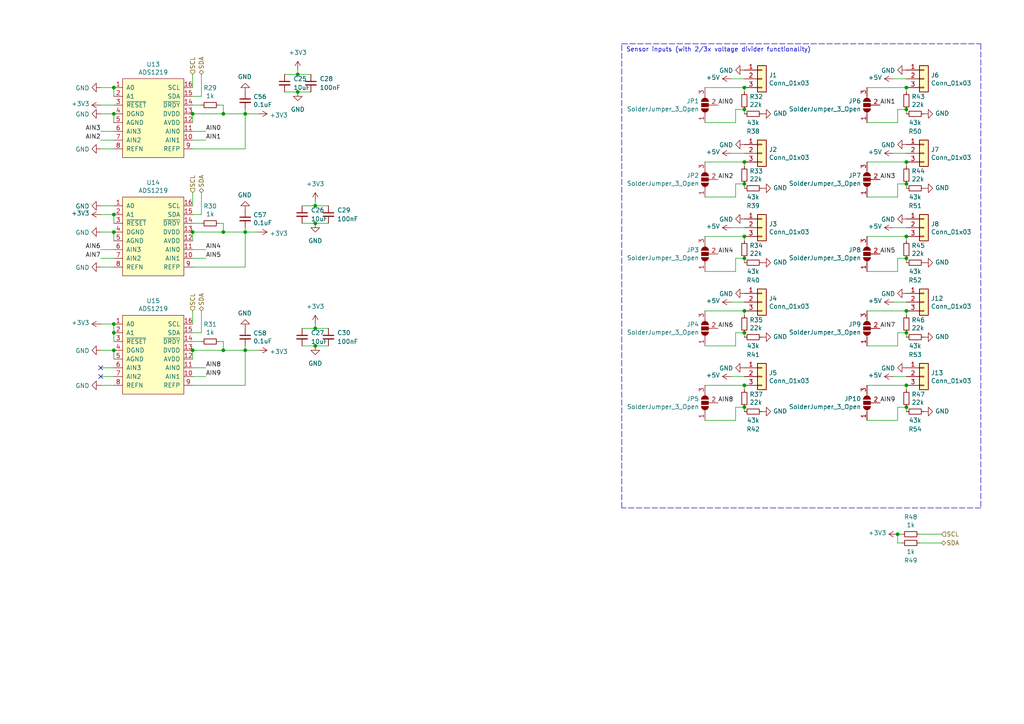
<source format=kicad_sch>
(kicad_sch (version 20211123) (generator eeschema)
  (paper "A4")
  (lib_symbols
    (symbol "Connector_Generic:Conn_01x03" (pin_names (offset 1.016) hide)
      (property "Reference" "J" (at 0 5.08 0))
      (property "Value" "Conn_01x03" (at 0 -5.08 0))
      (symbol "Conn_01x03_1_1"
        (rectangle (start -1.27 -2.413) (end 0 -2.667) (stroke (width 0.1524)))
        (rectangle (start -1.27 0.127) (end 0 -0.127) (stroke (width 0.1524)))
        (rectangle (start -1.27 2.667) (end 0 2.413) (stroke (width 0.1524)))
        (rectangle (start -1.27 3.81) (end 1.27 -3.81) (stroke (width 0.254)) (fill (type background)))
        (pin passive line (at -5.08 2.54 0) (length 3.81) (name "Pin_1") (number "1"))
        (pin passive line (at -5.08 0 0) (length 3.81) (name "Pin_2") (number "2"))
        (pin passive line (at -5.08 -2.54 0) (length 3.81) (name "Pin_3") (number "3"))
      )
    )
    (symbol "Device:C_Small" (pin_numbers hide) (pin_names (offset 0.254) hide)
      (property "Reference" "C" (at 0.254 1.778 0))
      (property "Value" "C_Small" (at 0.254 -2.032 0))
      (symbol "C_Small_0_1"
        (polyline (pts (xy -1.524 -0.508) (xy 1.524 -0.508)) (stroke (width 0.3302)))
        (polyline (pts (xy -1.524 0.508) (xy 1.524 0.508)) (stroke (width 0.3048)))
      )
      (symbol "C_Small_1_1"
        (pin passive line (at 0 2.54 270) (length 2.032) (name "~") (number "1"))
        (pin passive line (at 0 -2.54 90) (length 2.032) (name "~") (number "2"))
      )
    )
    (symbol "Device:R_Small" (pin_numbers hide) (pin_names (offset 0.254) hide)
      (property "Reference" "R" (at 0.762 0.508 0))
      (property "Value" "R_Small" (at 0.762 -1.016 0))
      (symbol "R_Small_0_1"
        (rectangle (start -0.762 1.778) (end 0.762 -1.778) (stroke (width 0.2032)))
      )
      (symbol "R_Small_1_1"
        (pin passive line (at 0 2.54 270) (length 0.762) (name "~") (number "1"))
        (pin passive line (at 0 -2.54 90) (length 0.762) (name "~") (number "2"))
      )
    )
    (symbol "Jumper:SolderJumper_3_Open" (pin_names (offset 0) hide)
      (property "Reference" "JP" (at -2.54 -2.54 0))
      (property "Value" "SolderJumper_3_Open" (at 0 2.794 0))
      (symbol "SolderJumper_3_Open_0_1"
        (arc (start -1.016 1.016) (mid -2.032 0) (end -1.016 -1.016))
        (arc (start -1.016 1.016) (mid -2.032 0) (end -1.016 -1.016) (fill (type outline)))
        (rectangle (start -0.508 1.016) (end 0.508 -1.016) (fill (type outline)))
        (polyline (pts (xy -2.54 0) (xy -2.032 0)))
        (polyline (pts (xy -1.016 1.016) (xy -1.016 -1.016)))
        (polyline (pts (xy 0 -1.27) (xy 0 -1.016)))
        (polyline (pts (xy 1.016 1.016) (xy 1.016 -1.016)))
        (polyline (pts (xy 2.54 0) (xy 2.032 0)))
        (arc (start 1.016 -1.016) (mid 2.032 0) (end 1.016 1.016))
        (arc (start 1.016 -1.016) (mid 2.032 0) (end 1.016 1.016) (fill (type outline)))
      )
      (symbol "SolderJumper_3_Open_1_1"
        (pin passive line (at -5.08 0 0) (length 2.54) (name "A") (number "1"))
        (pin input line (at 0 -3.81 90) (length 2.54) (name "C") (number "2"))
        (pin passive line (at 5.08 0 180) (length 2.54) (name "B") (number "3"))
      )
    )
    (symbol "analogue-cache:+3.3V" (power) (pin_names (offset 0))
      (property "Value" "+3.3V" (at 0 3.556 0))
      (symbol "+3.3V_0_1"
        (polyline (pts (xy -0.762 1.27) (xy 0 2.54)))
        (polyline (pts (xy 0 0) (xy 0 2.54)))
        (polyline (pts (xy 0 2.54) (xy 0.762 1.27)))
      )
      (symbol "+3.3V_1_1"
        (pin power_in line (at 0 0 90) (length 0) hide (name "+3V3") (number "1"))
      )
    )
    (symbol "iclr:ADS1219" (pin_names (offset 1.016))
      (property "Reference" "U" (at -6.35 12.7 0))
      (property "Value" "ADS1219" (at 5.08 -12.7 0))
      (symbol "ADS1219_0_1"
        (rectangle (start 8.89 11.43) (end -8.89 -11.43) (fill (type background)))
      )
      (symbol "ADS1219_1_1"
        (pin input line (at -11.43 8.89 0) (length 2.54) (name "A0") (number "1"))
        (pin input line (at 11.43 -6.35 180) (length 2.54) (name "AIN1") (number "10"))
        (pin input line (at 11.43 -3.81 180) (length 2.54) (name "AIN0") (number "11"))
        (pin power_in line (at 11.43 -1.27 180) (length 2.54) (name "AVDD") (number "12"))
        (pin power_in line (at 11.43 1.27 180) (length 2.54) (name "DVDD") (number "13"))
        (pin output line (at 11.43 3.81 180) (length 2.54) (name "~{DRDY}") (number "14"))
        (pin bidirectional line (at 11.43 6.35 180) (length 2.54) (name "SDA") (number "15"))
        (pin input line (at 11.43 8.89 180) (length 2.54) (name "SCL") (number "16"))
        (pin input line (at -11.43 6.35 0) (length 2.54) (name "A1") (number "2"))
        (pin input line (at -11.43 3.81 0) (length 2.54) (name "~{RESET}") (number "3"))
        (pin power_in line (at -11.43 1.27 0) (length 2.54) (name "DGND") (number "4"))
        (pin power_in line (at -11.43 -1.27 0) (length 2.54) (name "AGND") (number "5"))
        (pin input line (at -11.43 -3.81 0) (length 2.54) (name "AIN3") (number "6"))
        (pin input line (at -11.43 -6.35 0) (length 2.54) (name "AIN2") (number "7"))
        (pin input line (at -11.43 -8.89 0) (length 2.54) (name "REFN") (number "8"))
        (pin input line (at 11.43 -8.89 180) (length 2.54) (name "REFP") (number "9"))
      )
    )
    (symbol "power:+3.3V" (power) (pin_names (offset 0))
      (property "Value" "+3.3V" (at 0 3.556 0))
      (symbol "+3.3V_0_1"
        (polyline (pts (xy -0.762 1.27) (xy 0 2.54)))
        (polyline (pts (xy 0 0) (xy 0 2.54)))
        (polyline (pts (xy 0 2.54) (xy 0.762 1.27)))
      )
      (symbol "+3.3V_1_1"
        (pin power_in line (at 0 0 90) (length 0) hide (name "+3V3") (number "1"))
      )
    )
    (symbol "power:+5V" (power) (pin_names (offset 0))
      (property "Value" "+5V" (at 0 3.556 0))
      (symbol "+5V_0_1"
        (polyline (pts (xy -0.762 1.27) (xy 0 2.54)))
        (polyline (pts (xy 0 0) (xy 0 2.54)))
        (polyline (pts (xy 0 2.54) (xy 0.762 1.27)))
      )
      (symbol "+5V_1_1"
        (pin power_in line (at 0 0 90) (length 0) hide (name "+5V") (number "1"))
      )
    )
    (symbol "power:GND" (power) (pin_names (offset 0))
      (property "Value" "GND" (at 0 -3.81 0))
      (symbol "GND_0_1"
        (polyline (pts (xy 0 0) (xy 0 -1.27) (xy 1.27 -1.27) (xy 0 -2.54) (xy -1.27 -1.27) (xy 0 -1.27)))
      )
      (symbol "GND_1_1"
        (pin power_in line (at 0 0 270) (length 0) hide (name "GND") (number "1"))
      )
    )
  )
  (junction (at 215.9 74.93))
  (junction (at 91.44 59.69))
  (junction (at 91.44 100.33))
  (junction (at 55.88 67.31))
  (junction (at 91.44 64.77))
  (junction (at 262.89 96.52))
  (junction (at 215.9 46.99))
  (junction (at 262.89 25.4))
  (junction (at 33.02 96.52))
  (junction (at 215.9 90.17))
  (junction (at 55.88 101.6))
  (junction (at 262.89 111.76))
  (junction (at 55.88 33.02))
  (junction (at 262.89 53.34))
  (junction (at 91.44 95.25))
  (junction (at 215.9 68.58))
  (junction (at 262.89 118.11))
  (junction (at 33.02 33.02))
  (junction (at 64.77 67.31))
  (junction (at 33.02 93.98))
  (junction (at 33.02 25.4))
  (junction (at 64.77 33.02))
  (junction (at 215.9 31.75))
  (junction (at 262.89 90.17))
  (junction (at 260.35 154.94))
  (junction (at 215.9 53.34))
  (junction (at 215.9 25.4))
  (junction (at 86.36 21.59))
  (junction (at 33.02 67.31))
  (junction (at 33.02 101.6))
  (junction (at 64.77 101.6))
  (junction (at 215.9 118.11))
  (junction (at 71.12 67.31))
  (junction (at 71.12 101.6))
  (junction (at 262.89 46.99))
  (junction (at 86.36 26.67))
  (junction (at 262.89 74.93))
  (junction (at 33.02 62.23))
  (junction (at 71.12 33.02))
  (junction (at 262.89 31.75))
  (junction (at 262.89 68.58))
  (junction (at 215.9 96.52))
  (junction (at 215.9 111.76))
  (no_connect (at 29.21 106.68))
  (no_connect (at 29.21 109.22))
  (wire (pts (xy 91.44 59.69) (xy 95.25 59.69)))
  (wire (pts (xy 33.02 93.98) (xy 33.02 96.52)))
  (wire (pts (xy 29.21 43.18) (xy 33.02 43.18)))
  (wire (pts (xy 215.9 22.86) (xy 212.09 22.86)))
  (wire (pts (xy 71.12 31.75) (xy 71.12 33.02)))
  (wire (pts (xy 262.89 53.34) (xy 262.89 54.61)))
  (wire (pts (xy 87.63 59.69) (xy 91.44 59.69)))
  (wire (pts (xy 262.89 68.58) (xy 262.89 69.85)))
  (wire (pts (xy 215.9 53.34) (xy 213.36 53.34)))
  (wire (pts (xy 213.36 118.11) (xy 213.36 121.92)))
  (wire (pts (xy 29.21 101.6) (xy 33.02 101.6)))
  (wire (pts (xy 82.55 26.67) (xy 86.36 26.67)))
  (polyline (pts (xy 180.34 147.32) (xy 180.34 12.7)))
  (wire (pts (xy 262.89 44.45) (xy 259.08 44.45)))
  (wire (pts (xy 262.89 74.93) (xy 260.35 74.93)))
  (wire (pts (xy 204.47 25.4) (xy 215.9 25.4)))
  (wire (pts (xy 29.21 106.68) (xy 33.02 106.68)))
  (wire (pts (xy 260.35 35.56) (xy 251.46 35.56)))
  (wire (pts (xy 215.9 96.52) (xy 213.36 96.52)))
  (wire (pts (xy 29.21 40.64) (xy 33.02 40.64)))
  (wire (pts (xy 262.89 96.52) (xy 260.35 96.52)))
  (wire (pts (xy 251.46 25.4) (xy 262.89 25.4)))
  (wire (pts (xy 29.21 67.31) (xy 33.02 67.31)))
  (wire (pts (xy 58.42 62.23) (xy 55.88 62.23)))
  (wire (pts (xy 71.12 33.02) (xy 71.12 43.18)))
  (wire (pts (xy 55.88 67.31) (xy 64.77 67.31)))
  (wire (pts (xy 215.9 44.45) (xy 212.09 44.45)))
  (wire (pts (xy 215.9 118.11) (xy 215.9 119.38)))
  (wire (pts (xy 64.77 64.77) (xy 64.77 67.31)))
  (wire (pts (xy 63.5 99.06) (xy 64.77 99.06)))
  (wire (pts (xy 91.44 95.25) (xy 95.25 95.25)))
  (wire (pts (xy 215.9 74.93) (xy 213.36 74.93)))
  (wire (pts (xy 266.7 157.48) (xy 273.05 157.48)))
  (wire (pts (xy 59.69 40.64) (xy 55.88 40.64)))
  (wire (pts (xy 262.89 25.4) (xy 262.89 26.67)))
  (wire (pts (xy 55.88 21.59) (xy 55.88 25.4)))
  (wire (pts (xy 213.36 31.75) (xy 213.36 35.56)))
  (wire (pts (xy 33.02 67.31) (xy 33.02 69.85)))
  (wire (pts (xy 91.44 64.77) (xy 95.25 64.77)))
  (wire (pts (xy 262.89 74.93) (xy 262.89 76.2)))
  (wire (pts (xy 262.89 96.52) (xy 262.89 97.79)))
  (wire (pts (xy 260.35 157.48) (xy 260.35 154.94)))
  (wire (pts (xy 29.21 38.1) (xy 33.02 38.1)))
  (wire (pts (xy 215.9 109.22) (xy 212.09 109.22)))
  (wire (pts (xy 260.35 100.33) (xy 251.46 100.33)))
  (wire (pts (xy 213.36 53.34) (xy 213.36 57.15)))
  (wire (pts (xy 82.55 21.59) (xy 86.36 21.59)))
  (wire (pts (xy 204.47 90.17) (xy 215.9 90.17)))
  (wire (pts (xy 33.02 101.6) (xy 33.02 104.14)))
  (wire (pts (xy 260.35 118.11) (xy 260.35 121.92)))
  (wire (pts (xy 29.21 77.47) (xy 33.02 77.47)))
  (wire (pts (xy 213.36 57.15) (xy 204.47 57.15)))
  (wire (pts (xy 204.47 68.58) (xy 215.9 68.58)))
  (wire (pts (xy 71.12 66.04) (xy 71.12 67.31)))
  (wire (pts (xy 55.88 33.02) (xy 55.88 35.56)))
  (wire (pts (xy 33.02 59.69) (xy 29.21 59.69)))
  (wire (pts (xy 59.69 109.22) (xy 55.88 109.22)))
  (wire (pts (xy 260.35 31.75) (xy 260.35 35.56)))
  (wire (pts (xy 86.36 21.59) (xy 90.17 21.59)))
  (wire (pts (xy 262.89 87.63) (xy 259.08 87.63)))
  (wire (pts (xy 273.05 154.94) (xy 266.7 154.94)))
  (wire (pts (xy 215.9 46.99) (xy 215.9 48.26)))
  (wire (pts (xy 71.12 67.31) (xy 71.12 77.47)))
  (wire (pts (xy 215.9 31.75) (xy 215.9 33.02)))
  (wire (pts (xy 55.88 101.6) (xy 55.88 104.14)))
  (wire (pts (xy 71.12 101.6) (xy 71.12 111.76)))
  (wire (pts (xy 262.89 22.86) (xy 259.08 22.86)))
  (wire (pts (xy 215.9 31.75) (xy 213.36 31.75)))
  (wire (pts (xy 71.12 101.6) (xy 74.93 101.6)))
  (wire (pts (xy 215.9 111.76) (xy 215.9 113.03)))
  (wire (pts (xy 64.77 30.48) (xy 64.77 33.02)))
  (wire (pts (xy 64.77 101.6) (xy 71.12 101.6)))
  (wire (pts (xy 213.36 100.33) (xy 204.47 100.33)))
  (wire (pts (xy 91.44 100.33) (xy 95.25 100.33)))
  (wire (pts (xy 262.89 118.11) (xy 260.35 118.11)))
  (wire (pts (xy 55.88 38.1) (xy 59.69 38.1)))
  (wire (pts (xy 260.35 53.34) (xy 260.35 57.15)))
  (wire (pts (xy 215.9 53.34) (xy 215.9 54.61)))
  (wire (pts (xy 260.35 78.74) (xy 251.46 78.74)))
  (wire (pts (xy 87.63 95.25) (xy 91.44 95.25)))
  (wire (pts (xy 215.9 90.17) (xy 215.9 91.44)))
  (wire (pts (xy 58.42 96.52) (xy 55.88 96.52)))
  (wire (pts (xy 215.9 118.11) (xy 213.36 118.11)))
  (wire (pts (xy 87.63 100.33) (xy 91.44 100.33)))
  (wire (pts (xy 260.35 96.52) (xy 260.35 100.33)))
  (polyline (pts (xy 180.34 12.7) (xy 284.48 12.7)))
  (polyline (pts (xy 284.48 12.7) (xy 284.48 147.32)))
  (wire (pts (xy 29.21 62.23) (xy 33.02 62.23)))
  (wire (pts (xy 213.36 74.93) (xy 213.36 78.74)))
  (wire (pts (xy 260.35 57.15) (xy 251.46 57.15)))
  (wire (pts (xy 71.12 43.18) (xy 55.88 43.18)))
  (wire (pts (xy 29.21 30.48) (xy 33.02 30.48)))
  (wire (pts (xy 55.88 106.68) (xy 59.69 106.68)))
  (wire (pts (xy 251.46 90.17) (xy 262.89 90.17)))
  (wire (pts (xy 213.36 78.74) (xy 204.47 78.74)))
  (wire (pts (xy 262.89 31.75) (xy 262.89 33.02)))
  (wire (pts (xy 261.62 157.48) (xy 260.35 157.48)))
  (wire (pts (xy 64.77 33.02) (xy 71.12 33.02)))
  (wire (pts (xy 91.44 93.98) (xy 91.44 95.25)))
  (wire (pts (xy 213.36 35.56) (xy 204.47 35.56)))
  (wire (pts (xy 71.12 111.76) (xy 55.88 111.76)))
  (wire (pts (xy 55.88 55.88) (xy 55.88 59.69)))
  (wire (pts (xy 29.21 93.98) (xy 33.02 93.98)))
  (wire (pts (xy 87.63 64.77) (xy 91.44 64.77)))
  (wire (pts (xy 215.9 66.04) (xy 212.09 66.04)))
  (wire (pts (xy 86.36 20.32) (xy 86.36 21.59)))
  (wire (pts (xy 71.12 100.33) (xy 71.12 101.6)))
  (wire (pts (xy 260.35 74.93) (xy 260.35 78.74)))
  (polyline (pts (xy 284.48 147.32) (xy 180.34 147.32)))
  (wire (pts (xy 64.77 99.06) (xy 64.77 101.6)))
  (wire (pts (xy 86.36 26.67) (xy 90.17 26.67)))
  (wire (pts (xy 262.89 111.76) (xy 262.89 113.03)))
  (wire (pts (xy 215.9 74.93) (xy 215.9 76.2)))
  (wire (pts (xy 29.21 25.4) (xy 33.02 25.4)))
  (wire (pts (xy 71.12 67.31) (xy 74.93 67.31)))
  (wire (pts (xy 260.35 121.92) (xy 251.46 121.92)))
  (wire (pts (xy 33.02 74.93) (xy 29.21 74.93)))
  (wire (pts (xy 215.9 96.52) (xy 215.9 97.79)))
  (wire (pts (xy 63.5 64.77) (xy 64.77 64.77)))
  (wire (pts (xy 58.42 55.88) (xy 58.42 62.23)))
  (wire (pts (xy 29.21 111.76) (xy 33.02 111.76)))
  (wire (pts (xy 91.44 58.42) (xy 91.44 59.69)))
  (wire (pts (xy 58.42 90.17) (xy 58.42 96.52)))
  (wire (pts (xy 262.89 46.99) (xy 262.89 48.26)))
  (wire (pts (xy 29.21 72.39) (xy 33.02 72.39)))
  (wire (pts (xy 58.42 64.77) (xy 55.88 64.77)))
  (wire (pts (xy 71.12 77.47) (xy 55.88 77.47)))
  (wire (pts (xy 262.89 31.75) (xy 260.35 31.75)))
  (wire (pts (xy 262.89 90.17) (xy 262.89 91.44)))
  (wire (pts (xy 213.36 121.92) (xy 204.47 121.92)))
  (wire (pts (xy 55.88 72.39) (xy 59.69 72.39)))
  (wire (pts (xy 29.21 33.02) (xy 33.02 33.02)))
  (wire (pts (xy 251.46 68.58) (xy 262.89 68.58)))
  (wire (pts (xy 58.42 99.06) (xy 55.88 99.06)))
  (wire (pts (xy 215.9 25.4) (xy 215.9 26.67)))
  (wire (pts (xy 262.89 118.11) (xy 262.89 119.38)))
  (wire (pts (xy 55.88 67.31) (xy 55.88 69.85)))
  (wire (pts (xy 55.88 33.02) (xy 64.77 33.02)))
  (wire (pts (xy 251.46 46.99) (xy 262.89 46.99)))
  (wire (pts (xy 215.9 68.58) (xy 215.9 69.85)))
  (wire (pts (xy 33.02 109.22) (xy 29.21 109.22)))
  (wire (pts (xy 55.88 90.17) (xy 55.88 93.98)))
  (wire (pts (xy 64.77 67.31) (xy 71.12 67.31)))
  (wire (pts (xy 58.42 27.94) (xy 55.88 27.94)))
  (wire (pts (xy 58.42 30.48) (xy 55.88 30.48)))
  (wire (pts (xy 251.46 111.76) (xy 262.89 111.76)))
  (wire (pts (xy 213.36 96.52) (xy 213.36 100.33)))
  (wire (pts (xy 58.42 21.59) (xy 58.42 27.94)))
  (wire (pts (xy 59.69 74.93) (xy 55.88 74.93)))
  (wire (pts (xy 33.02 96.52) (xy 33.02 99.06)))
  (wire (pts (xy 204.47 46.99) (xy 215.9 46.99)))
  (wire (pts (xy 33.02 33.02) (xy 33.02 35.56)))
  (wire (pts (xy 262.89 66.04) (xy 259.08 66.04)))
  (wire (pts (xy 262.89 109.22) (xy 259.08 109.22)))
  (wire (pts (xy 262.89 53.34) (xy 260.35 53.34)))
  (wire (pts (xy 33.02 64.77) (xy 33.02 62.23)))
  (wire (pts (xy 55.88 101.6) (xy 64.77 101.6)))
  (wire (pts (xy 260.35 154.94) (xy 261.62 154.94)))
  (wire (pts (xy 33.02 25.4) (xy 33.02 27.94)))
  (wire (pts (xy 63.5 30.48) (xy 64.77 30.48)))
  (wire (pts (xy 71.12 33.02) (xy 74.93 33.02)))
  (wire (pts (xy 215.9 87.63) (xy 212.09 87.63)))
  (wire (pts (xy 204.47 111.76) (xy 215.9 111.76)))
  (text "Sensor inputs (with 2/3x voltage divider functionality)" (at 181.61 15.24 0) (effects (font (size 1.27 1.27)) (justify left bottom)))
  (label "AIN9" (at 59.69 109.22 0))
  (label "AIN2" (at 29.21 40.64 180))
  (label "AIN8" (at 208.28 116.84 0))
  (label "AIN3" (at 255.27 52.07 0))
  (label "AIN5" (at 59.69 74.93 0))
  (label "AIN3" (at 29.21 38.1 180))
  (label "AIN2" (at 208.28 52.07 0))
  (label "AIN6" (at 29.21 72.39 180))
  (label "AIN4" (at 208.28 73.66 0))
  (label "AIN0" (at 208.28 30.48 0))
  (label "AIN8" (at 59.69 106.68 0))
  (label "AIN1" (at 255.27 30.48 0))
  (label "AIN4" (at 59.69 72.39 0))
  (label "AIN5" (at 255.27 73.66 0))
  (label "AIN7" (at 29.21 74.93 180))
  (label "AIN0" (at 59.69 38.1 0))
  (label "AIN6" (at 208.28 95.25 0))
  (label "AIN9" (at 255.27 116.84 0))
  (label "AIN7" (at 255.27 95.25 0))
  (label "AIN1" (at 59.69 40.64 0))
  (hierarchical_label "SCL" (shape input) (at 55.88 21.59 90))
  (hierarchical_label "SDA" (shape bidirectional) (at 58.42 55.88 90))
  (hierarchical_label "SDA" (shape bidirectional) (at 58.42 21.59 90))
  (hierarchical_label "SCL" (shape input) (at 55.88 55.88 90))
  (hierarchical_label "SCL" (shape input) (at 55.88 90.17 90))
  (hierarchical_label "SCL" (shape input) (at 273.05 154.94 0))
  (hierarchical_label "SDA" (shape bidirectional) (at 58.42 90.17 90))
  (hierarchical_label "SDA" (shape bidirectional) (at 273.05 157.48 0))
  (symbol (lib_id "power:GND") (at 29.21 43.18 270) (unit 1)
    (property "Reference" "#PWR070" (effects hide))
    (property "Value" "GND" (at 25.9588 43.307 90) (effects (justify right)))
  )
  (symbol (lib_id "power:GND") (at 29.21 33.02 270) (unit 1)
    (property "Reference" "#PWR069" (effects hide))
    (property "Value" "GND" (at 25.9588 33.147 90) (effects (justify right)))
  )
  (symbol (lib_id "power:GND") (at 29.21 77.47 270) (unit 1)
    (property "Reference" "#PWR074" (effects hide))
    (property "Value" "GND" (at 25.9588 77.597 90) (effects (justify right)))
  )
  (symbol (lib_id "power:GND") (at 29.21 67.31 270) (unit 1)
    (property "Reference" "#PWR073" (effects hide))
    (property "Value" "GND" (at 25.9588 67.437 90) (effects (justify right)))
  )
  (symbol (lib_id "iclr:ADS1219") (at 44.45 102.87 0) (unit 1)
    (property "Reference" "U15" (at 44.45 87.249 0))
    (property "Value" "ADS1219" (at 44.45 89.5604 0))
    (property "Footprint" "Package_SO:TSSOP-16_4.4x5mm_P0.65mm" (effects hide))
  )
  (symbol (lib_id "analogue-cache:+3.3V") (at 74.93 101.6 270) (unit 1)
    (property "Reference" "#PWR083" (effects hide))
    (property "Value" "+3.3V" (at 78.1812 101.981 90) (effects (justify left)))
  )
  (symbol (lib_id "Device:C_Small") (at 71.12 97.79 0) (unit 1)
    (property "Reference" "C58" (at 73.4568 96.6216 0) (effects (justify left)))
    (property "Value" "0.1uF" (at 73.4568 98.933 0) (effects (justify left)))
    (property "Footprint" "Capacitor_SMD:C_0603_1608Metric" (effects hide))
  )
  (symbol (lib_id "power:GND") (at 71.12 95.25 180) (unit 1)
    (property "Reference" "#PWR080" (effects hide))
    (property "Value" "GND" (at 70.993 90.8558 0))
  )
  (symbol (lib_id "power:GND") (at 29.21 111.76 270) (unit 1)
    (property "Reference" "#PWR077" (effects hide))
    (property "Value" "GND" (at 25.9588 111.887 90) (effects (justify right)))
  )
  (symbol (lib_id "power:GND") (at 29.21 101.6 270) (unit 1)
    (property "Reference" "#PWR076" (effects hide))
    (property "Value" "GND" (at 25.9588 101.727 90) (effects (justify right)))
  )
  (symbol (lib_id "power:GND") (at 29.21 25.4 270) (unit 1)
    (property "Reference" "#PWR067" (effects hide))
    (property "Value" "GND" (at 25.9588 25.527 90) (effects (justify right)))
  )
  (symbol (lib_id "power:GND") (at 29.21 59.69 270) (unit 1)
    (property "Reference" "#PWR071" (effects hide))
    (property "Value" "GND" (at 25.9588 59.817 90) (effects (justify right)))
  )
  (symbol (lib_id "analogue-cache:+3.3V") (at 29.21 62.23 90) (unit 1)
    (property "Reference" "#PWR072" (effects hide))
    (property "Value" "+3.3V" (at 25.9588 61.849 90) (effects (justify left)))
  )
  (symbol (lib_id "analogue-cache:+3.3V") (at 29.21 93.98 90) (unit 1)
    (property "Reference" "#PWR075" (effects hide))
    (property "Value" "+3.3V" (at 25.9588 93.599 90) (effects (justify left)))
  )
  (symbol (lib_id "analogue-cache:+3.3V") (at 260.35 154.94 90) (unit 1)
    (property "Reference" "#PWR0104" (effects hide))
    (property "Value" "+3.3V" (at 257.0988 154.559 90) (effects (justify left)))
  )
  (symbol (lib_id "Device:R_Small") (at 264.16 154.94 270) (unit 1)
    (property "Reference" "R48" (at 264.16 149.9616 90))
    (property "Value" "1k" (at 264.16 152.273 90))
    (property "Footprint" "Resistor_SMD:R_0603_1608Metric" (effects hide))
  )
  (symbol (lib_id "Device:R_Small") (at 264.16 157.48 90) (unit 1)
    (property "Reference" "R49" (at 264.16 162.56 90))
    (property "Value" "1k" (at 264.16 160.02 90))
    (property "Footprint" "Resistor_SMD:R_0603_1608Metric" (effects hide))
  )
  (symbol (lib_id "analogue-cache:+3.3V") (at 29.21 30.48 90) (unit 1)
    (property "Reference" "#PWR068" (effects hide))
    (property "Value" "+3.3V" (at 25.9588 30.099 90) (effects (justify left)))
  )
  (symbol (lib_id "Device:R_Small") (at 60.96 99.06 90) (unit 1)
    (property "Reference" "R31" (at 60.96 94.0816 90))
    (property "Value" "1k" (at 60.96 96.393 90))
    (property "Footprint" "Resistor_SMD:R_0603_1608Metric" (effects hide))
  )
  (symbol (lib_id "iclr:ADS1219") (at 44.45 68.58 0) (unit 1)
    (property "Reference" "U14" (at 44.45 52.959 0))
    (property "Value" "ADS1219" (at 44.45 55.2704 0))
    (property "Footprint" "Package_SO:TSSOP-16_4.4x5mm_P0.65mm" (effects hide))
  )
  (symbol (lib_id "analogue-cache:+3.3V") (at 74.93 67.31 270) (unit 1)
    (property "Reference" "#PWR082" (effects hide))
    (property "Value" "+3.3V" (at 78.1812 67.691 90) (effects (justify left)))
  )
  (symbol (lib_id "Device:C_Small") (at 71.12 63.5 0) (unit 1)
    (property "Reference" "C57" (at 73.4568 62.3316 0) (effects (justify left)))
    (property "Value" "0.1uF" (at 73.4568 64.643 0) (effects (justify left)))
    (property "Footprint" "Capacitor_SMD:C_0603_1608Metric" (effects hide))
  )
  (symbol (lib_id "power:GND") (at 71.12 60.96 180) (unit 1)
    (property "Reference" "#PWR079" (effects hide))
    (property "Value" "GND" (at 70.993 56.5658 0))
  )
  (symbol (lib_id "Device:R_Small") (at 60.96 64.77 90) (unit 1)
    (property "Reference" "R30" (at 60.96 59.7916 90))
    (property "Value" "1k" (at 60.96 62.103 90))
    (property "Footprint" "Resistor_SMD:R_0603_1608Metric" (effects hide))
  )
  (symbol (lib_id "iclr:ADS1219") (at 44.45 34.29 0) (unit 1)
    (property "Reference" "U13" (at 44.45 18.669 0))
    (property "Value" "ADS1219" (at 44.45 20.9804 0))
    (property "Footprint" "Package_SO:TSSOP-16_4.4x5mm_P0.65mm" (effects hide))
  )
  (symbol (lib_id "analogue-cache:+3.3V") (at 74.93 33.02 270) (unit 1)
    (property "Reference" "#PWR081" (effects hide))
    (property "Value" "+3.3V" (at 78.1812 33.401 90) (effects (justify left)))
  )
  (symbol (lib_id "Device:C_Small") (at 71.12 29.21 0) (unit 1)
    (property "Reference" "C56" (at 73.4568 28.0416 0) (effects (justify left)))
    (property "Value" "0.1uF" (at 73.4568 30.353 0) (effects (justify left)))
    (property "Footprint" "Capacitor_SMD:C_0603_1608Metric" (effects hide))
  )
  (symbol (lib_id "power:GND") (at 71.12 26.67 180) (unit 1)
    (property "Reference" "#PWR078" (effects hide))
    (property "Value" "GND" (at 70.993 22.2758 0))
  )
  (symbol (lib_id "Device:R_Small") (at 60.96 30.48 90) (unit 1)
    (property "Reference" "R29" (at 60.96 25.5016 90))
    (property "Value" "1k" (at 60.96 27.813 90))
    (property "Footprint" "Resistor_SMD:R_0603_1608Metric" (effects hide))
  )
  (symbol (lib_id "Connector_Generic:Conn_01x03") (at 267.97 22.86 0) (unit 1)
    (property "Reference" "J6" (at 270.002 21.7932 0) (effects (justify left)))
    (property "Value" "Conn_01x03" (at 270.002 24.1046 0) (effects (justify left)))
    (property "Footprint" "TerminalBlock_TE-Connectivity:TerminalBlock_TE_282834-3_1x03_P2.54mm_Horizontal" (effects hide))
  )
  (symbol (lib_id "power:+5V") (at 259.08 22.86 90) (unit 1)
    (property "Reference" "#PWR099" (effects hide))
    (property "Value" "+5V" (at 255.8288 22.479 90) (effects (justify left)))
  )
  (symbol (lib_id "power:GND") (at 262.89 20.32 270) (unit 1)
    (property "Reference" "#PWR0105" (effects hide))
    (property "Value" "GND" (at 259.6388 20.447 90) (effects (justify right)))
  )
  (symbol (lib_id "Device:R_Small") (at 262.89 29.21 0) (unit 1)
    (property "Reference" "R43" (at 264.3886 28.0416 0) (effects (justify left)))
    (property "Value" "22k" (at 264.3886 30.353 0) (effects (justify left)))
    (property "Footprint" "Resistor_SMD:R_0603_1608Metric" (effects hide))
  )
  (symbol (lib_id "Device:R_Small") (at 265.43 33.02 270) (unit 1)
    (property "Reference" "R50" (at 265.43 38.1 90))
    (property "Value" "43k" (at 265.43 35.56 90))
    (property "Footprint" "Resistor_SMD:R_0603_1608Metric" (effects hide))
  )
  (symbol (lib_id "power:GND") (at 267.97 33.02 90) (unit 1)
    (property "Reference" "#PWR0113" (effects hide))
    (property "Value" "GND" (at 271.2212 32.893 90) (effects (justify right)))
  )
  (symbol (lib_id "Jumper:SolderJumper_3_Open") (at 251.46 30.48 90) (unit 1)
    (property "Reference" "JP6" (at 249.7582 29.3116 90) (effects (justify left)))
    (property "Value" "SolderJumper_3_Open" (at 249.7582 31.623 90) (effects (justify left)))
    (property "Footprint" "Jumper:SolderJumper-3_P1.3mm_Open_RoundedPad1.0x1.5mm_NumberLabels" (effects hide))
  )
  (symbol (lib_id "Connector_Generic:Conn_01x03") (at 267.97 44.45 0) (unit 1)
    (property "Reference" "J7" (at 270.002 43.3832 0) (effects (justify left)))
    (property "Value" "Conn_01x03" (at 270.002 45.6946 0) (effects (justify left)))
    (property "Footprint" "TerminalBlock_TE-Connectivity:TerminalBlock_TE_282834-3_1x03_P2.54mm_Horizontal" (effects hide))
  )
  (symbol (lib_id "power:+5V") (at 259.08 44.45 90) (unit 1)
    (property "Reference" "#PWR0100" (effects hide))
    (property "Value" "+5V" (at 255.8288 44.069 90) (effects (justify left)))
  )
  (symbol (lib_id "power:GND") (at 262.89 41.91 270) (unit 1)
    (property "Reference" "#PWR0108" (effects hide))
    (property "Value" "GND" (at 259.6388 42.037 90) (effects (justify right)))
  )
  (symbol (lib_id "Device:R_Small") (at 262.89 50.8 0) (unit 1)
    (property "Reference" "R44" (at 264.3886 49.6316 0) (effects (justify left)))
    (property "Value" "22k" (at 264.3886 51.943 0) (effects (justify left)))
    (property "Footprint" "Resistor_SMD:R_0603_1608Metric" (effects hide))
  )
  (symbol (lib_id "Device:R_Small") (at 265.43 54.61 270) (unit 1)
    (property "Reference" "R51" (at 265.43 59.69 90))
    (property "Value" "43k" (at 265.43 57.15 90))
    (property "Footprint" "Resistor_SMD:R_0603_1608Metric" (effects hide))
  )
  (symbol (lib_id "power:GND") (at 267.97 54.61 90) (unit 1)
    (property "Reference" "#PWR0114" (effects hide))
    (property "Value" "GND" (at 271.2212 54.483 90) (effects (justify right)))
  )
  (symbol (lib_id "Jumper:SolderJumper_3_Open") (at 251.46 52.07 90) (unit 1)
    (property "Reference" "JP7" (at 249.7582 50.9016 90) (effects (justify left)))
    (property "Value" "SolderJumper_3_Open" (at 249.7582 53.213 90) (effects (justify left)))
    (property "Footprint" "Jumper:SolderJumper-3_P1.3mm_Open_RoundedPad1.0x1.5mm_NumberLabels" (effects hide))
  )
  (symbol (lib_id "Connector_Generic:Conn_01x03") (at 267.97 66.04 0) (unit 1)
    (property "Reference" "J8" (at 270.002 64.9732 0) (effects (justify left)))
    (property "Value" "Conn_01x03" (at 270.002 67.2846 0) (effects (justify left)))
    (property "Footprint" "TerminalBlock_TE-Connectivity:TerminalBlock_TE_282834-3_1x03_P2.54mm_Horizontal" (effects hide))
  )
  (symbol (lib_id "power:+5V") (at 259.08 66.04 90) (unit 1)
    (property "Reference" "#PWR0101" (effects hide))
    (property "Value" "+5V" (at 255.8288 65.659 90) (effects (justify left)))
  )
  (symbol (lib_id "power:GND") (at 262.89 63.5 270) (unit 1)
    (property "Reference" "#PWR0110" (effects hide))
    (property "Value" "GND" (at 259.6388 63.627 90) (effects (justify right)))
  )
  (symbol (lib_id "Device:R_Small") (at 262.89 72.39 0) (unit 1)
    (property "Reference" "R45" (at 264.3886 71.2216 0) (effects (justify left)))
    (property "Value" "22k" (at 264.3886 73.533 0) (effects (justify left)))
    (property "Footprint" "Resistor_SMD:R_0603_1608Metric" (effects hide))
  )
  (symbol (lib_id "Device:R_Small") (at 265.43 76.2 270) (unit 1)
    (property "Reference" "R52" (at 265.43 81.28 90))
    (property "Value" "43k" (at 265.43 78.74 90))
    (property "Footprint" "Resistor_SMD:R_0603_1608Metric" (effects hide))
  )
  (symbol (lib_id "power:GND") (at 267.97 76.2 90) (unit 1)
    (property "Reference" "#PWR0115" (effects hide))
    (property "Value" "GND" (at 271.2212 76.073 90) (effects (justify right)))
  )
  (symbol (lib_id "Jumper:SolderJumper_3_Open") (at 251.46 73.66 90) (unit 1)
    (property "Reference" "JP8" (at 249.7582 72.4916 90) (effects (justify left)))
    (property "Value" "SolderJumper_3_Open" (at 249.7582 74.803 90) (effects (justify left)))
    (property "Footprint" "Jumper:SolderJumper-3_P1.3mm_Open_RoundedPad1.0x1.5mm_NumberLabels" (effects hide))
  )
  (symbol (lib_id "Connector_Generic:Conn_01x03") (at 267.97 87.63 0) (unit 1)
    (property "Reference" "J12" (at 270.002 86.5632 0) (effects (justify left)))
    (property "Value" "Conn_01x03" (at 270.002 88.8746 0) (effects (justify left)))
    (property "Footprint" "TerminalBlock_TE-Connectivity:TerminalBlock_TE_282834-3_1x03_P2.54mm_Horizontal" (effects hide))
  )
  (symbol (lib_id "power:+5V") (at 259.08 87.63 90) (unit 1)
    (property "Reference" "#PWR0102" (effects hide))
    (property "Value" "+5V" (at 255.8288 87.249 90) (effects (justify left)))
  )
  (symbol (lib_id "power:GND") (at 262.89 85.09 270) (unit 1)
    (property "Reference" "#PWR0111" (effects hide))
    (property "Value" "GND" (at 259.6388 85.217 90) (effects (justify right)))
  )
  (symbol (lib_id "Device:R_Small") (at 262.89 93.98 0) (unit 1)
    (property "Reference" "R46" (at 264.3886 92.8116 0) (effects (justify left)))
    (property "Value" "22k" (at 264.3886 95.123 0) (effects (justify left)))
    (property "Footprint" "Resistor_SMD:R_0603_1608Metric" (effects hide))
  )
  (symbol (lib_id "Device:R_Small") (at 265.43 97.79 270) (unit 1)
    (property "Reference" "R53" (at 265.43 102.87 90))
    (property "Value" "43k" (at 265.43 100.33 90))
    (property "Footprint" "Resistor_SMD:R_0603_1608Metric" (effects hide))
  )
  (symbol (lib_id "power:GND") (at 267.97 97.79 90) (unit 1)
    (property "Reference" "#PWR0116" (effects hide))
    (property "Value" "GND" (at 271.2212 97.663 90) (effects (justify right)))
  )
  (symbol (lib_id "Jumper:SolderJumper_3_Open") (at 251.46 95.25 90) (unit 1)
    (property "Reference" "JP9" (at 249.7582 94.0816 90) (effects (justify left)))
    (property "Value" "SolderJumper_3_Open" (at 249.7582 96.393 90) (effects (justify left)))
    (property "Footprint" "Jumper:SolderJumper-3_P1.3mm_Open_RoundedPad1.0x1.5mm_NumberLabels" (effects hide))
  )
  (symbol (lib_id "Connector_Generic:Conn_01x03") (at 267.97 109.22 0) (unit 1)
    (property "Reference" "J13" (at 270.002 108.1532 0) (effects (justify left)))
    (property "Value" "Conn_01x03" (at 270.002 110.4646 0) (effects (justify left)))
    (property "Footprint" "TerminalBlock_TE-Connectivity:TerminalBlock_TE_282834-3_1x03_P2.54mm_Horizontal" (effects hide))
  )
  (symbol (lib_id "power:+5V") (at 259.08 109.22 90) (unit 1)
    (property "Reference" "#PWR0103" (effects hide))
    (property "Value" "+5V" (at 255.8288 108.839 90) (effects (justify left)))
  )
  (symbol (lib_id "power:GND") (at 262.89 106.68 270) (unit 1)
    (property "Reference" "#PWR0112" (effects hide))
    (property "Value" "GND" (at 259.6388 106.807 90) (effects (justify right)))
  )
  (symbol (lib_id "Device:R_Small") (at 262.89 115.57 0) (unit 1)
    (property "Reference" "R47" (at 264.3886 114.4016 0) (effects (justify left)))
    (property "Value" "22k" (at 264.3886 116.713 0) (effects (justify left)))
    (property "Footprint" "Resistor_SMD:R_0603_1608Metric" (effects hide))
  )
  (symbol (lib_id "Device:R_Small") (at 265.43 119.38 270) (unit 1)
    (property "Reference" "R54" (at 265.43 124.46 90))
    (property "Value" "43k" (at 265.43 121.92 90))
    (property "Footprint" "Resistor_SMD:R_0603_1608Metric" (effects hide))
  )
  (symbol (lib_id "power:GND") (at 267.97 119.38 90) (unit 1)
    (property "Reference" "#PWR0117" (effects hide))
    (property "Value" "GND" (at 271.2212 119.253 90) (effects (justify right)))
  )
  (symbol (lib_id "Jumper:SolderJumper_3_Open") (at 251.46 116.84 90) (unit 1)
    (property "Reference" "JP10" (at 249.7582 115.6716 90) (effects (justify left)))
    (property "Value" "SolderJumper_3_Open" (at 249.7582 117.983 90) (effects (justify left)))
    (property "Footprint" "Jumper:SolderJumper-3_P1.3mm_Open_RoundedPad1.0x1.5mm_NumberLabels" (effects hide))
  )
  (symbol (lib_id "Connector_Generic:Conn_01x03") (at 220.98 22.86 0) (unit 1)
    (property "Reference" "J1" (at 223.012 21.7932 0) (effects (justify left)))
    (property "Value" "Conn_01x03" (at 223.012 24.1046 0) (effects (justify left)))
    (property "Footprint" "TerminalBlock_TE-Connectivity:TerminalBlock_TE_282834-3_1x03_P2.54mm_Horizontal" (effects hide))
  )
  (symbol (lib_id "power:+5V") (at 212.09 22.86 90) (unit 1)
    (property "Reference" "#PWR084" (effects hide))
    (property "Value" "+5V" (at 208.8388 22.479 90) (effects (justify left)))
  )
  (symbol (lib_id "power:GND") (at 215.9 20.32 270) (unit 1)
    (property "Reference" "#PWR089" (effects hide))
    (property "Value" "GND" (at 212.6488 20.447 90) (effects (justify right)))
  )
  (symbol (lib_id "Device:R_Small") (at 215.9 29.21 0) (unit 1)
    (property "Reference" "R32" (at 217.3986 28.0416 0) (effects (justify left)))
    (property "Value" "22k" (at 217.3986 30.353 0) (effects (justify left)))
    (property "Footprint" "Resistor_SMD:R_0603_1608Metric" (effects hide))
  )
  (symbol (lib_id "Device:R_Small") (at 218.44 33.02 270) (unit 1)
    (property "Reference" "R38" (at 218.44 38.1 90))
    (property "Value" "43k" (at 218.44 35.56 90))
    (property "Footprint" "Resistor_SMD:R_0603_1608Metric" (effects hide))
  )
  (symbol (lib_id "power:GND") (at 220.98 33.02 90) (unit 1)
    (property "Reference" "#PWR094" (effects hide))
    (property "Value" "GND" (at 224.2312 32.893 90) (effects (justify right)))
  )
  (symbol (lib_id "Jumper:SolderJumper_3_Open") (at 204.47 30.48 90) (unit 1)
    (property "Reference" "JP1" (at 202.7682 29.3116 90) (effects (justify left)))
    (property "Value" "SolderJumper_3_Open" (at 202.7682 31.623 90) (effects (justify left)))
    (property "Footprint" "Jumper:SolderJumper-3_P1.3mm_Open_RoundedPad1.0x1.5mm_NumberLabels" (effects hide))
  )
  (symbol (lib_id "Connector_Generic:Conn_01x03") (at 220.98 44.45 0) (unit 1)
    (property "Reference" "J2" (at 223.012 43.3832 0) (effects (justify left)))
    (property "Value" "Conn_01x03" (at 223.012 45.6946 0) (effects (justify left)))
    (property "Footprint" "TerminalBlock_TE-Connectivity:TerminalBlock_TE_282834-3_1x03_P2.54mm_Horizontal" (effects hide))
  )
  (symbol (lib_id "power:+5V") (at 212.09 44.45 90) (unit 1)
    (property "Reference" "#PWR085" (effects hide))
    (property "Value" "+5V" (at 208.8388 44.069 90) (effects (justify left)))
  )
  (symbol (lib_id "power:GND") (at 215.9 41.91 270) (unit 1)
    (property "Reference" "#PWR090" (effects hide))
    (property "Value" "GND" (at 212.6488 42.037 90) (effects (justify right)))
  )
  (symbol (lib_id "Device:R_Small") (at 215.9 50.8 0) (unit 1)
    (property "Reference" "R33" (at 217.3986 49.6316 0) (effects (justify left)))
    (property "Value" "22k" (at 217.3986 51.943 0) (effects (justify left)))
    (property "Footprint" "Resistor_SMD:R_0603_1608Metric" (effects hide))
  )
  (symbol (lib_id "Device:R_Small") (at 218.44 54.61 270) (unit 1)
    (property "Reference" "R39" (at 218.44 59.69 90))
    (property "Value" "43k" (at 218.44 57.15 90))
    (property "Footprint" "Resistor_SMD:R_0603_1608Metric" (effects hide))
  )
  (symbol (lib_id "power:GND") (at 220.98 54.61 90) (unit 1)
    (property "Reference" "#PWR095" (effects hide))
    (property "Value" "GND" (at 224.2312 54.483 90) (effects (justify right)))
  )
  (symbol (lib_id "Jumper:SolderJumper_3_Open") (at 204.47 52.07 90) (unit 1)
    (property "Reference" "JP2" (at 202.7682 50.9016 90) (effects (justify left)))
    (property "Value" "SolderJumper_3_Open" (at 202.7682 53.213 90) (effects (justify left)))
    (property "Footprint" "Jumper:SolderJumper-3_P1.3mm_Open_RoundedPad1.0x1.5mm_NumberLabels" (effects hide))
  )
  (symbol (lib_id "Connector_Generic:Conn_01x03") (at 220.98 66.04 0) (unit 1)
    (property "Reference" "J3" (at 223.012 64.9732 0) (effects (justify left)))
    (property "Value" "Conn_01x03" (at 223.012 67.2846 0) (effects (justify left)))
    (property "Footprint" "TerminalBlock_TE-Connectivity:TerminalBlock_TE_282834-3_1x03_P2.54mm_Horizontal" (effects hide))
  )
  (symbol (lib_id "power:+5V") (at 212.09 66.04 90) (unit 1)
    (property "Reference" "#PWR086" (effects hide))
    (property "Value" "+5V" (at 208.8388 65.659 90) (effects (justify left)))
  )
  (symbol (lib_id "power:GND") (at 215.9 63.5 270) (unit 1)
    (property "Reference" "#PWR091" (effects hide))
    (property "Value" "GND" (at 212.6488 63.627 90) (effects (justify right)))
  )
  (symbol (lib_id "Device:R_Small") (at 215.9 72.39 0) (unit 1)
    (property "Reference" "R34" (at 217.3986 71.2216 0) (effects (justify left)))
    (property "Value" "22k" (at 217.3986 73.533 0) (effects (justify left)))
    (property "Footprint" "Resistor_SMD:R_0603_1608Metric" (effects hide))
  )
  (symbol (lib_id "Device:R_Small") (at 218.44 76.2 270) (unit 1)
    (property "Reference" "R40" (at 218.44 81.28 90))
    (property "Value" "43k" (at 218.44 78.74 90))
    (property "Footprint" "Resistor_SMD:R_0603_1608Metric" (effects hide))
  )
  (symbol (lib_id "power:GND") (at 220.98 76.2 90) (unit 1)
    (property "Reference" "#PWR096" (effects hide))
    (property "Value" "GND" (at 224.2312 76.073 90) (effects (justify right)))
  )
  (symbol (lib_id "Jumper:SolderJumper_3_Open") (at 204.47 73.66 90) (unit 1)
    (property "Reference" "JP3" (at 202.7682 72.4916 90) (effects (justify left)))
    (property "Value" "SolderJumper_3_Open" (at 202.7682 74.803 90) (effects (justify left)))
    (property "Footprint" "Jumper:SolderJumper-3_P1.3mm_Open_RoundedPad1.0x1.5mm_NumberLabels" (effects hide))
  )
  (symbol (lib_id "Connector_Generic:Conn_01x03") (at 220.98 87.63 0) (unit 1)
    (property "Reference" "J4" (at 223.012 86.5632 0) (effects (justify left)))
    (property "Value" "Conn_01x03" (at 223.012 88.8746 0) (effects (justify left)))
    (property "Footprint" "TerminalBlock_TE-Connectivity:TerminalBlock_TE_282834-3_1x03_P2.54mm_Horizontal" (effects hide))
  )
  (symbol (lib_id "power:+5V") (at 212.09 87.63 90) (unit 1)
    (property "Reference" "#PWR087" (effects hide))
    (property "Value" "+5V" (at 208.8388 87.249 90) (effects (justify left)))
  )
  (symbol (lib_id "power:GND") (at 215.9 85.09 270) (unit 1)
    (property "Reference" "#PWR092" (effects hide))
    (property "Value" "GND" (at 212.6488 85.217 90) (effects (justify right)))
  )
  (symbol (lib_id "Device:R_Small") (at 215.9 93.98 0) (unit 1)
    (property "Reference" "R35" (at 217.3986 92.8116 0) (effects (justify left)))
    (property "Value" "22k" (at 217.3986 95.123 0) (effects (justify left)))
    (property "Footprint" "Resistor_SMD:R_0603_1608Metric" (effects hide))
  )
  (symbol (lib_id "Device:R_Small") (at 218.44 97.79 270) (unit 1)
    (property "Reference" "R41" (at 218.44 102.87 90))
    (property "Value" "43k" (at 218.44 100.33 90))
    (property "Footprint" "Resistor_SMD:R_0603_1608Metric" (effects hide))
  )
  (symbol (lib_id "power:GND") (at 220.98 97.79 90) (unit 1)
    (property "Reference" "#PWR097" (effects hide))
    (property "Value" "GND" (at 224.2312 97.663 90) (effects (justify right)))
  )
  (symbol (lib_id "Jumper:SolderJumper_3_Open") (at 204.47 95.25 90) (unit 1)
    (property "Reference" "JP4" (at 202.7682 94.0816 90) (effects (justify left)))
    (property "Value" "SolderJumper_3_Open" (at 202.7682 96.393 90) (effects (justify left)))
    (property "Footprint" "Jumper:SolderJumper-3_P1.3mm_Open_RoundedPad1.0x1.5mm_NumberLabels" (effects hide))
  )
  (symbol (lib_id "Connector_Generic:Conn_01x03") (at 220.98 109.22 0) (unit 1)
    (property "Reference" "J5" (at 223.012 108.1532 0) (effects (justify left)))
    (property "Value" "Conn_01x03" (at 223.012 110.4646 0) (effects (justify left)))
    (property "Footprint" "TerminalBlock_TE-Connectivity:TerminalBlock_TE_282834-3_1x03_P2.54mm_Horizontal" (effects hide))
  )
  (symbol (lib_id "power:+5V") (at 212.09 109.22 90) (unit 1)
    (property "Reference" "#PWR088" (effects hide))
    (property "Value" "+5V" (at 208.8388 108.839 90) (effects (justify left)))
  )
  (symbol (lib_id "power:GND") (at 215.9 106.68 270) (unit 1)
    (property "Reference" "#PWR093" (effects hide))
    (property "Value" "GND" (at 212.6488 106.807 90) (effects (justify right)))
  )
  (symbol (lib_id "Device:R_Small") (at 215.9 115.57 0) (unit 1)
    (property "Reference" "R37" (at 217.3986 114.4016 0) (effects (justify left)))
    (property "Value" "22k" (at 217.3986 116.713 0) (effects (justify left)))
    (property "Footprint" "Resistor_SMD:R_0603_1608Metric" (effects hide))
  )
  (symbol (lib_id "Device:R_Small") (at 218.44 119.38 270) (unit 1)
    (property "Reference" "R42" (at 218.44 124.46 90))
    (property "Value" "43k" (at 218.44 121.92 90))
    (property "Footprint" "Resistor_SMD:R_0603_1608Metric" (effects hide))
  )
  (symbol (lib_id "power:GND") (at 220.98 119.38 90) (unit 1)
    (property "Reference" "#PWR098" (effects hide))
    (property "Value" "GND" (at 224.2312 119.253 90) (effects (justify right)))
  )
  (symbol (lib_id "Jumper:SolderJumper_3_Open") (at 204.47 116.84 90) (unit 1)
    (property "Reference" "JP5" (at 202.7682 115.6716 90) (effects (justify left)))
    (property "Value" "SolderJumper_3_Open" (at 202.7682 117.983 90) (effects (justify left)))
    (property "Footprint" "Jumper:SolderJumper-3_P1.3mm_Open_RoundedPad1.0x1.5mm_NumberLabels" (effects hide))
  )
  (symbol (lib_id "power:GND") (at 91.44 100.33 0) (unit 1)
    (property "Reference" "#PWR0151" (effects hide))
    (property "Value" "GND" (at 91.44 105.41 0))
  )
  (symbol (lib_id "Device:C_Small") (at 90.17 24.13 0) (unit 1)
    (property "Reference" "C28" (at 92.71 22.8662 0) (effects (justify left)))
    (property "Value" "100nF" (at 92.71 25.4062 0) (effects (justify left)))
    (property "Footprint" "Capacitor_SMD:C_0603_1608Metric" (effects hide))
  )
  (symbol (lib_id "power:+3.3V") (at 86.36 20.32 0) (unit 1)
    (property "Reference" "#PWR0146" (effects hide))
    (property "Value" "+3.3V" (at 86.36 15.24 0))
  )
  (symbol (lib_id "Device:C_Small") (at 95.25 97.79 0) (unit 1)
    (property "Reference" "C30" (at 97.79 96.5262 0) (effects (justify left)))
    (property "Value" "100nF" (at 97.79 99.0662 0) (effects (justify left)))
    (property "Footprint" "Capacitor_SMD:C_0603_1608Metric" (effects hide))
  )
  (symbol (lib_id "power:GND") (at 86.36 26.67 0) (unit 1)
    (property "Reference" "#PWR0147" (effects hide))
    (property "Value" "GND" (at 86.36 31.75 0))
  )
  (symbol (lib_id "power:+3.3V") (at 91.44 58.42 0) (unit 1)
    (property "Reference" "#PWR0148" (effects hide))
    (property "Value" "+3.3V" (at 91.44 53.34 0))
  )
  (symbol (lib_id "Device:C_Small") (at 95.25 62.23 0) (unit 1)
    (property "Reference" "C29" (at 97.79 60.9662 0) (effects (justify left)))
    (property "Value" "100nF" (at 97.79 63.5062 0) (effects (justify left)))
    (property "Footprint" "Capacitor_SMD:C_0603_1608Metric" (effects hide))
  )
  (symbol (lib_id "Device:C_Small") (at 82.55 24.13 0) (unit 1)
    (property "Reference" "C25" (at 85.09 22.8662 0) (effects (justify left)))
    (property "Value" "10uF" (at 85.09 25.4062 0) (effects (justify left)))
    (property "Footprint" "Capacitor_SMD:C_0603_1608Metric" (effects hide))
  )
  (symbol (lib_id "power:GND") (at 91.44 64.77 0) (unit 1)
    (property "Reference" "#PWR0149" (effects hide))
    (property "Value" "GND" (at 91.44 69.85 0))
  )
  (symbol (lib_id "Device:C_Small") (at 87.63 62.23 0) (unit 1)
    (property "Reference" "C26" (at 90.17 60.9662 0) (effects (justify left)))
    (property "Value" "10uF" (at 90.17 63.5062 0) (effects (justify left)))
    (property "Footprint" "Capacitor_SMD:C_0603_1608Metric" (effects hide))
  )
  (symbol (lib_id "power:+3.3V") (at 91.44 93.98 0) (unit 1)
    (property "Reference" "#PWR0150" (effects hide))
    (property "Value" "+3.3V" (at 91.44 88.9 0))
  )
  (symbol (lib_id "Device:C_Small") (at 87.63 97.79 0) (unit 1)
    (property "Reference" "C27" (at 90.17 96.5262 0) (effects (justify left)))
    (property "Value" "10uF" (at 90.17 99.0662 0) (effects (justify left)))
    (property "Footprint" "Capacitor_SMD:C_0603_1608Metric" (effects hide))
  )
)
</source>
